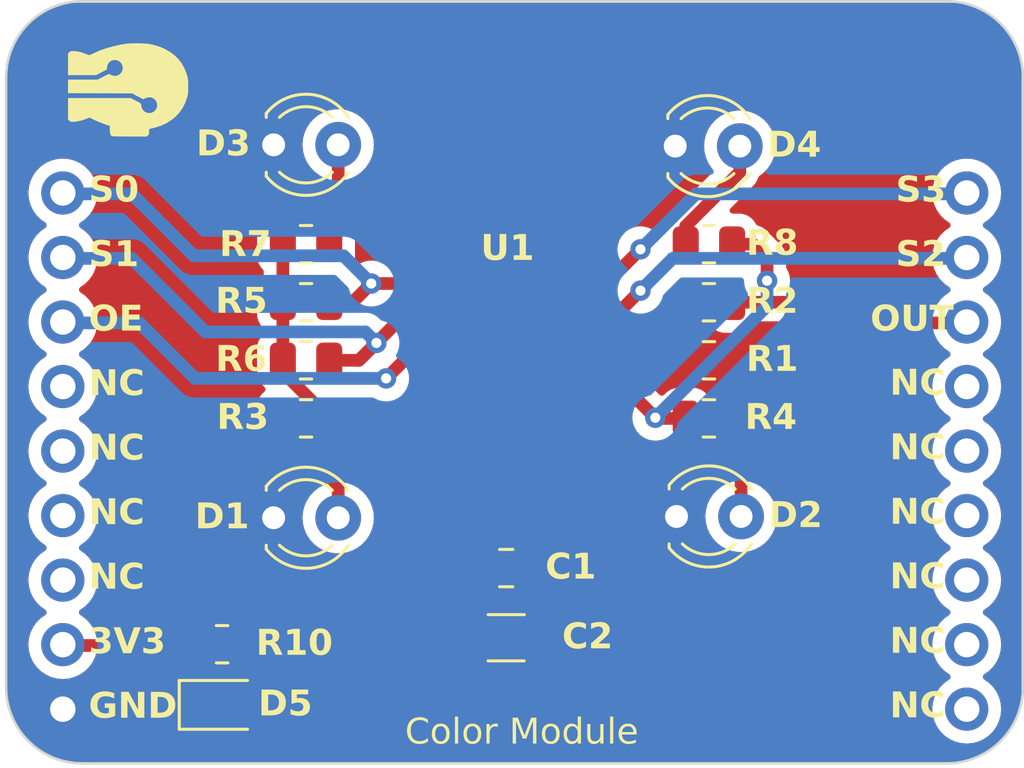
<source format=kicad_pcb>
(kicad_pcb (version 20240108) (generator "pcbnew") (generator_version "8.0")
  (layers (0 "F.Cu" signal) (31 "B.Cu" signal) (34 "B.Paste" user) (35 "F.Paste" user) (36 "B.SilkS" user "B.Silkscreen") (37 "F.SilkS" user "F.Silkscreen") (38 "B.Mask" user) (39 "F.Mask" user) (44 "Edge.Cuts" user))
  (net 0 "")
  (net 1 "+3V3")
  (net 2 "GND")
  (net 3 "Net-(D1-A)")
  (net 4 "Net-(D2-A)")
  (net 5 "Net-(D3-A)")
  (net 6 "Net-(D4-A)")
  (net 7 "Net-(D5-A)")
  (net 8 "S0")
  (net 9 "S1")
  (net 10 "OUT")
  (net 11 "Net-(U1-OUT)")
  (net 12 "S2")
  (net 13 "OE")
  (net 14 "S3")
  (footprint "LED_THT:LED_D3.0mm" (layer "F.Cu") (at 93.8734 80.3656)
    (property "Reference" "D1" (at -2.027 0 0) (layer "F.SilkS") (effects (font (thickness 0.16) (bold yes))))
    (property "Value" "LED")
    (fp_line (start -0.29 -1.236) (end -0.29 -1.08) (stroke (width 0.12)) (layer "F.SilkS"))
    (fp_line (start -0.29 1.08) (end -0.29 1.236) (stroke (width 0.12)) (layer "F.SilkS"))
    (fp_arc (start -0.29 -1.235516) (mid 1.366487 -1.987659) (end 2.942335 -1.078608) (stroke (width 0.12)) (layer "F.SilkS"))
    (fp_arc (start 0.229039 -1.08) (mid 1.270117 -1.5) (end 2.31113 -1.079837) (stroke (width 0.12)) (layer "F.SilkS"))
    (fp_arc (start 2.31113 1.079837) (mid 1.270117 1.5) (end 0.229039 1.08) (stroke (width 0.12)) (layer "F.SilkS"))
    (fp_arc (start 2.942335 1.078608) (mid 1.366487 1.987659) (end -0.29 1.235516) (stroke (width 0.12)) (layer "F.SilkS"))
    (pad "1" thru_hole rect (at 0 0) (size 1.8 1.8) (drill 0.9) (layers "*.Cu" "*.Mask") (net 2 "GND"))
    (pad "2" thru_hole circle (at 2.54 0) (size 1.8 1.8) (drill 0.9) (layers "*.Cu" "*.Mask") (net 3 "Net-(D1-A)"))
  )
  (footprint "LED_THT:LED_D3.0mm" (layer "F.Cu") (at 109.6722 65.7352)
    (property "Reference" "D4" (at 4.6786 0 0) (layer "F.SilkS") (effects (font (thickness 0.16) (bold yes))))
    (property "Value" "LED")
    (fp_line (start -0.29 -1.236) (end -0.29 -1.08) (stroke (width 0.12)) (layer "F.SilkS"))
    (fp_line (start -0.29 1.08) (end -0.29 1.236) (stroke (width 0.12)) (layer "F.SilkS"))
    (fp_arc (start -0.29 -1.235516) (mid 1.366487 -1.987659) (end 2.942335 -1.078608) (stroke (width 0.12)) (layer "F.SilkS"))
    (fp_arc (start 0.229039 -1.08) (mid 1.270117 -1.5) (end 2.31113 -1.079837) (stroke (width 0.12)) (layer "F.SilkS"))
    (fp_arc (start 2.31113 1.079837) (mid 1.270117 1.5) (end 0.229039 1.08) (stroke (width 0.12)) (layer "F.SilkS"))
    (fp_arc (start 2.942335 1.078608) (mid 1.366487 1.987659) (end -0.29 1.235516) (stroke (width 0.12)) (layer "F.SilkS"))
    (pad "1" thru_hole rect (at 0 0) (size 1.8 1.8) (drill 0.9) (layers "*.Cu" "*.Mask") (net 2 "GND"))
    (pad "2" thru_hole circle (at 2.54 0) (size 1.8 1.8) (drill 0.9) (layers "*.Cu" "*.Mask") (net 6 "Net-(D4-A)"))
  )
  (footprint "Resistor_SMD:R_0805_2012Metric" (layer "F.Cu") (at 95.1484 74.168 180)
    (property "Reference" "R6" (at 2.54 0 0) (layer "F.SilkS") (effects (font (thickness 0.15) (bold yes))))
    (property "Value" "10k")
    (fp_line (start -0.227064 0.735) (end 0.227064 0.735) (stroke (width 0.12)) (layer "F.SilkS"))
    (fp_line (start -0.227064 -0.735) (end 0.227064 -0.735) (stroke (width 0.12)) (layer "F.SilkS"))
    (pad "1" smd roundrect (at -0.9125 0 180) (size 1.025 1.4) (layers "F.Cu" "F.Paste" "F.Mask") (roundrect_rratio 0.243902) (net 9 "S1"))
    (pad "2" smd roundrect (at 0.9125 0 180) (size 1.025 1.4) (layers "F.Cu" "F.Paste" "F.Mask") (roundrect_rratio 0.243902) (net 1 "+3V3"))
  )
  (footprint "Resistor_SMD:R_0805_2012Metric" (layer "F.Cu") (at 110.998 71.882 180)
    (property "Reference" "R2" (at -2.4892 0 0) (layer "F.SilkS") (effects (font (thickness 0.15) (bold yes))))
    (property "Value" "1k")
    (fp_line (start -0.227064 0.735) (end 0.227064 0.735) (stroke (width 0.12)) (layer "F.SilkS"))
    (fp_line (start -0.227064 -0.735) (end 0.227064 -0.735) (stroke (width 0.12)) (layer "F.SilkS"))
    (pad "1" smd roundrect (at -0.9125 0 180) (size 1.025 1.4) (layers "F.Cu" "F.Paste" "F.Mask") (roundrect_rratio 0.243902) (net 10 "OUT"))
    (pad "2" smd roundrect (at 0.9125 0 180) (size 1.025 1.4) (layers "F.Cu" "F.Paste" "F.Mask") (roundrect_rratio 0.243902) (net 11 "Net-(U1-OUT)"))
  )
  (footprint "TCS3200:SOIC8" (layer "F.Cu") (at 103.0732 73.0504)
    (property "Reference" "U1" (at 0 -3.2512 0) (layer "F.SilkS") (effects (font (thickness 0.15) (bold yes))))
    (property "Value" "TCS3200")
    (pad "1" smd rect (at -2.6 -1.905 270) (size 0.6 2.2) (layers "F.Cu" "F.Paste" "F.Mask") (net 8 "S0"))
    (pad "2" smd rect (at -2.6 -0.635 270) (size 0.6 2.2) (layers "F.Cu" "F.Paste" "F.Mask") (net 9 "S1"))
    (pad "3" smd rect (at -2.6 0.635 270) (size 0.6 2.2) (layers "F.Cu" "F.Paste" "F.Mask") (net 13 "OE"))
    (pad "4" smd rect (at -2.6 1.905 270) (size 0.6 2.2) (layers "F.Cu" "F.Paste" "F.Mask") (net 2 "GND"))
    (pad "5" smd rect (at 2.6 1.905 270) (size 0.6 2.2) (layers "F.Cu" "F.Paste" "F.Mask") (net 1 "+3V3"))
    (pad "6" smd rect (at 2.6 0.635 270) (size 0.6 2.2) (layers "F.Cu" "F.Paste" "F.Mask") (net 11 "Net-(U1-OUT)"))
    (pad "7" smd rect (at 2.6 -0.635 270) (size 0.6 2.2) (layers "F.Cu" "F.Paste" "F.Mask") (net 12 "S2"))
    (pad "8" smd rect (at 2.6 -1.905 270) (size 0.6 2.2) (layers "F.Cu" "F.Paste" "F.Mask") (net 14 "S3"))
  )
  (footprint "LED_THT:LED_D3.0mm" (layer "F.Cu") (at 93.8734 65.6844)
    (property "Reference" "D3" (at -1.9762 0 0) (layer "F.SilkS") (effects (font (thickness 0.16) (bold yes))))
    (property "Value" "LED")
    (fp_line (start -0.29 -1.236) (end -0.29 -1.08) (stroke (width 0.12)) (layer "F.SilkS"))
    (fp_line (start -0.29 1.08) (end -0.29 1.236) (stroke (width 0.12)) (layer "F.SilkS"))
    (fp_arc (start -0.29 -1.235516) (mid 1.366487 -1.987659) (end 2.942335 -1.078608) (stroke (width 0.12)) (layer "F.SilkS"))
    (fp_arc (start 0.229039 -1.08) (mid 1.270117 -1.5) (end 2.31113 -1.079837) (stroke (width 0.12)) (layer "F.SilkS"))
    (fp_arc (start 2.31113 1.079837) (mid 1.270117 1.5) (end 0.229039 1.08) (stroke (width 0.12)) (layer "F.SilkS"))
    (fp_arc (start 2.942335 1.078608) (mid 1.366487 1.987659) (end -0.29 1.235516) (stroke (width 0.12)) (layer "F.SilkS"))
    (pad "1" thru_hole rect (at 0 0) (size 1.8 1.8) (drill 0.9) (layers "*.Cu" "*.Mask") (net 2 "GND"))
    (pad "2" thru_hole circle (at 2.54 0) (size 1.8 1.8) (drill 0.9) (layers "*.Cu" "*.Mask") (net 5 "Net-(D3-A)"))
  )
  (footprint "Resistor_SMD:R_0805_2012Metric" (layer "F.Cu") (at 95.1484 71.882 180)
    (property "Reference" "R5" (at 2.54 0 0) (layer "F.SilkS") (effects (font (thickness 0.15) (bold yes))))
    (property "Value" "10k")
    (fp_line (start -0.227064 0.735) (end 0.227064 0.735) (stroke (width 0.12)) (layer "F.SilkS"))
    (fp_line (start -0.227064 -0.735) (end 0.227064 -0.735) (stroke (width 0.12)) (layer "F.SilkS"))
    (pad "1" smd roundrect (at -0.9125 0 180) (size 1.025 1.4) (layers "F.Cu" "F.Paste" "F.Mask") (roundrect_rratio 0.243902) (net 8 "S0"))
    (pad "2" smd roundrect (at 0.9125 0 180) (size 1.025 1.4) (layers "F.Cu" "F.Paste" "F.Mask") (roundrect_rratio 0.243902) (net 1 "+3V3"))
  )
  (footprint "Resistor_SMD:R_0805_2012Metric" (layer "F.Cu") (at 110.998 76.454 180)
    (property "Reference" "R4" (at -2.4384 0 0) (layer "F.SilkS") (effects (font (thickness 0.15) (bold yes))))
    (property "Value" "330r")
    (fp_line (start -0.227064 0.735) (end 0.227064 0.735) (stroke (width 0.12)) (layer "F.SilkS"))
    (fp_line (start -0.227064 -0.735) (end 0.227064 -0.735) (stroke (width 0.12)) (layer "F.SilkS"))
    (pad "1" smd roundrect (at -0.9125 0 180) (size 1.025 1.4) (layers "F.Cu" "F.Paste" "F.Mask") (roundrect_rratio 0.243902) (net 4 "Net-(D2-A)"))
    (pad "2" smd roundrect (at 0.9125 0 180) (size 1.025 1.4) (layers "F.Cu" "F.Paste" "F.Mask") (roundrect_rratio 0.243902) (net 1 "+3V3"))
  )
  (footprint "Resistor_SMD:R_0805_2012Metric" (layer "F.Cu") (at 95.1484 69.596 180)
    (property "Reference" "R7" (at 2.3876 -0.0508 0) (layer "F.SilkS") (effects (font (thickness 0.15) (bold yes))))
    (property "Value" "330r")
    (fp_line (start -0.227064 0.735) (end 0.227064 0.735) (stroke (width 0.12)) (layer "F.SilkS"))
    (fp_line (start -0.227064 -0.735) (end 0.227064 -0.735) (stroke (width 0.12)) (layer "F.SilkS"))
    (pad "1" smd roundrect (at -0.9125 0 180) (size 1.025 1.4) (layers "F.Cu" "F.Paste" "F.Mask") (roundrect_rratio 0.243902) (net 5 "Net-(D3-A)"))
    (pad "2" smd roundrect (at 0.9125 0 180) (size 1.025 1.4) (layers "F.Cu" "F.Paste" "F.Mask") (roundrect_rratio 0.243902) (net 1 "+3V3"))
  )
  (footprint "LED_SMD:LED_0805_2012Metric" (layer "F.Cu") (at 91.8464 87.7316)
    (property "Reference" "D5" (at 2.4892 0 0) (layer "F.SilkS") (effects (font (thickness 0.15) (bold yes))))
    (property "Value" "LED")
    (fp_line (start -1.685 -0.96) (end -1.685 0.96) (stroke (width 0.12)) (layer "F.SilkS"))
    (fp_line (start -1.685 0.96) (end 1 0.96) (stroke (width 0.12)) (layer "F.SilkS"))
    (fp_line (start 1 -0.96) (end -1.685 -0.96) (stroke (width 0.12)) (layer "F.SilkS"))
    (pad "1" smd roundrect (at -0.9375 0) (size 0.975 1.4) (layers "F.Cu" "F.Paste" "F.Mask") (net 2 "GND"))
    (pad "2" smd roundrect (at 0.9375 0) (size 0.975 1.4) (layers "F.Cu" "F.Paste" "F.Mask") (net 7 "Net-(D5-A)"))
  )
  (footprint "Resistor_SMD:R_0805_2012Metric" (layer "F.Cu") (at 110.998 69.596)
    (property "Reference" "R8" (at 2.4892 0 0) (layer "F.SilkS") (effects (font (thickness 0.15) (bold yes))))
    (property "Value" "330r")
    (fp_line (start -0.227064 -0.735) (end 0.227064 -0.735) (stroke (width 0.12)) (layer "F.SilkS"))
    (fp_line (start -0.227064 0.735) (end 0.227064 0.735) (stroke (width 0.12)) (layer "F.SilkS"))
    (pad "1" smd roundrect (at -0.9125 0) (size 1.025 1.4) (layers "F.Cu" "F.Paste" "F.Mask") (roundrect_rratio 0.243902) (net 6 "Net-(D4-A)"))
    (pad "2" smd roundrect (at 0.9125 0) (size 1.025 1.4) (layers "F.Cu" "F.Paste" "F.Mask") (roundrect_rratio 0.243902) (net 1 "+3V3"))
  )
  (footprint "Capacitor_SMD:C_0805_2012Metric" (layer "F.Cu") (at 103.0224 82.3468)
    (property "Reference" "C1" (at 2.54 0 0) (layer "F.SilkS") (effects (font (thickness 0.15) (bold yes))))
    (property "Value" "0.1uF")
    (fp_line (start -0.261252 -0.735) (end 0.261252 -0.735) (stroke (width 0.12)) (layer "F.SilkS"))
    (fp_line (start -0.261252 0.735) (end 0.261252 0.735) (stroke (width 0.12)) (layer "F.SilkS"))
    (pad "1" smd roundrect (at -0.95 0) (size 1 1.45) (layers "F.Cu" "F.Paste" "F.Mask") (net 1 "+3V3"))
    (pad "2" smd roundrect (at 0.95 0) (size 1 1.45) (layers "F.Cu" "F.Paste" "F.Mask") (net 2 "GND"))
  )
  (footprint "Moduler_:pin_header" (layer "F.Cu") (at 103.106 78.248)
    (property "Reference" "U2" (hide yes))
    (property "Value" "~" (hide yes))
    (fp_poly (pts (xy -14.485582 -16.559009) (xy -14.360573 -16.554745) (xy -14.248636 -16.54798) (xy -14.157002 -16.538775) (xy -14.117924 -16.532703) (xy -13.929469 -16.491549) (xy -13.759531 -16.440533) (xy -13.595569 -16.375574) (xy -13.505604 -16.333511) (xy -13.302009 -16.218091) (xy -13.123321 -16.083397) (xy -12.969118 -15.928915) (xy -12.838978 -15.754131) (xy -12.73248 -15.558531) (xy -12.6492 -15.3416) (xy -12.625721 -15.261504) (xy -12.612959 -15.20932) (xy -12.603846 -15.156964) (xy -12.597806 -15.097579) (xy -12.594264 -15.024306) (xy -12.592645 -14.930288) (xy -12.59236 -14.863654) (xy -12.592671 -14.758539) (xy -12.594379 -14.67766) (xy -12.598173 -14.613669) (xy -12.604739 -14.559219) (xy -12.614766 -14.506962) (xy -12.628942 -14.449549) (xy -12.632287 -14.43698) (xy -12.705714 -14.221543) (xy -12.805363 -14.022972) (xy -12.930147 -13.842253) (xy -13.078978 -13.68037) (xy -13.250768 -13.538308) (xy -13.444431 -13.417053) (xy -13.658878 -13.317589) (xy -13.893022 -13.240901) (xy -13.975535 -13.220506) (xy -14.129547 -13.185381) (xy -14.129547 -13.083439) (xy -14.131087 -13.025365) (xy -14.138019 -12.987709) (xy -14.153807 -12.959356) (xy -14.17572 -12.935324) (xy -14.221893 -12.889151) (xy -14.898388 -12.889632) (xy -15.093554 -12.890179) (xy -15.257188 -12.891522) (xy -15.389336 -12.893662) (xy -15.490047 -12.896601) (xy -15.559371 -12.900339) (xy -15.597354 -12.904877) (xy -15.604006 -12.907041) (xy -15.639705 -12.944721) (xy -15.663541 -13.009816) (xy -15.675744 -13.103144) (xy -15.677582 -13.169023) (xy -15.677607 -13.307746) (xy -15.877323 -13.375342) (xy -15.973613 -13.410249) (xy -16.083694 -13.453796) (xy -16.193274 -13.500154) (xy -16.27912 -13.539209) (xy -16.481202 -13.63548) (xy -16.625058 -13.577237) (xy -16.814264 -13.51298) (xy -16.995657 -13.477073) (xy -17.112214 -13.468483) (xy -17.172568 -13.467793) (xy -17.210949 -13.471228) (xy -17.236949 -13.481681) (xy -17.260163 -13.502045) (xy -17.274123 -13.517292) (xy -17.320343 -13.568879) (xy -17.320343 -13.987224) (xy -17.320343 -14.405569) (xy -16.086926 -14.405569) (xy -14.85351 -14.405569) (xy -14.643801 -14.294889) (xy -14.56284 -14.251731) (xy -14.506066 -14.219928) (xy -14.469493 -14.196546) (xy -14.449134 -14.178651) (xy -14.441003 -14.163308) (xy -14.441111 -14.147581) (xy -14.441413 -14.14592) (xy -14.43976 -14.092795) (xy -14.421236 -14.027967) (xy -14.3904 -13.962942) (xy -14.35181 -13.909228) (xy -14.344762 -13.902005) (xy -14.296227 -13.865834) (xy -14.236644 -13.835404) (xy -14.214799 -13.827587) (xy -14.121045 -13.813694) (xy -14.033382 -13.827179) (xy -13.955509 -13.863953) (xy -13.891126 -13.919926) (xy -13.843932 -13.991011) (xy -13.817627 -14.073118) (xy -13.815911 -14.162158) (xy -13.838074 -14.243952) (xy -13.888707 -14.328311) (xy -13.95777 -14.389514) (xy -14.040589 -14.425955) (xy -14.132494 -14.436027) (xy -14.228811 -14.418125) (xy -14.281052 -14.396241) (xy -14.36193 -14.355321) (xy -14.581404 -14.471272) (xy -14.800878 -14.587224) (xy -16.06061 -14.591538) (xy -17.320343 -14.595853) (xy -17.320343 -14.86402) (xy -17.320343 -15.132186) (xy -16.736108 -15.132186) (xy -16.151873 -15.132186) (xy -15.92364 -15.25081) (xy -15.825628 -15.300328) (xy -15.752835 -15.333929) (xy -15.705794 -15.351385) (xy -15.685044 -15.352471) (xy -15.684533 -15.351839) (xy -15.664369 -15.334981) (xy -15.626413 -15.313259) (xy -15.608475 -15.304645) (xy -15.517344 -15.278515) (xy -15.42868 -15.280387) (xy -15.34665 -15.306716) (xy -15.27542 -15.353956) (xy -15.219157 -15.418565) (xy -15.182028 -15.496995) (xy -15.1682 -15.585704) (xy -15.178799 -15.670169) (xy -15.216089 -15.756834) (xy -15.2752 -15.826154) (xy -15.350432 -15.875231) (xy -15.436087 -15.901168) (xy -15.526465 -15.901066) (xy -15.594919 -15.881743) (xy -15.679764 -15.831605) (xy -15.7402 -15.761879) (xy -15.776844 -15.671686) (xy -15.787538 -15.6087) (xy -15.796027 -15.524455) (xy -16.008245 -15.415199) (xy -16.220463 -15.305942) (xy -16.770403 -15.305942) (xy -17.320343 -15.305942) (xy -17.320343 -15.73365) (xy -17.320343 -16.161358) (xy -17.27417 -16.207531) (xy -17.247441 -16.231634) (xy -17.221044 -16.24546) (xy -17.185152 -16.251797) (xy -17.129936 -16.253429) (xy -17.112261 -16.253429) (xy -16.965134 -16.242789) (xy -16.813828 -16.210492) (xy -16.650907 -16.15493) (xy -16.643254 -16.151886) (xy -16.580147 -16.127507) (xy -16.526736 -16.108472) (xy -16.490695 -16.097439) (xy -16.481152 -16.095743) (xy -16.459332 -16.102404) (xy -16.415439 -16.120594) (xy -16.35561 -16.147624) (xy -16.285983 -16.180807) (xy -16.277762 -16.184828) (xy -16.053998 -16.282606) (xy -15.80365 -16.369931) (xy -15.530295 -16.445763) (xy -15.237504 -16.509065) (xy -15.053614 -16.540657) (xy -14.971712 -16.549822) (xy -14.866727 -16.556178) (xy -14.74589 -16.559787) (xy -14.616431 -16.56071)) (fill solid) (layer "F.SilkS"))
    (fp_line (start -19.7562 -15.2144) (end -19.7562 8.7856) (stroke (width 0.1)) (layer "Edge.Cuts"))
    (fp_line (start -16.7562 11.7856) (end 17.2438 11.7856) (stroke (width 0.1)) (layer "Edge.Cuts"))
    (fp_line (start 17.2438 -18.2144) (end -16.7562 -18.2144) (stroke (width 0.1)) (layer "Edge.Cuts"))
    (fp_line (start 20.2438 8.7856) (end 20.2438 -15.2144) (stroke (width 0.1)) (layer "Edge.Cuts"))
    (fp_arc (start -19.7562 -15.2144) (mid -18.87752 -17.33572) (end -16.7562 -18.2144) (stroke (width 0.1)) (layer "Edge.Cuts"))
    (fp_arc (start -16.7562 11.7856) (mid -18.87752 10.90692) (end -19.7562 8.7856) (stroke (width 0.1)) (layer "Edge.Cuts"))
    (fp_arc (start 17.2438 -18.2144) (mid 19.36512 -17.33572) (end 20.2438 -15.2144) (stroke (width 0.1)) (layer "Edge.Cuts"))
    (fp_arc (start 20.2438 8.7856) (mid 19.36512 10.90692) (end 17.2438 11.7856) (stroke (width 0.1)) (layer "Edge.Cuts"))
    (fp_text user "NC" (at -16.51 0 0) (layer "F.SilkS") (effects (font (thickness 0.2) (bold yes)) (justify left bottom)))
    (fp_text user "S2" (at 15.24 -7.62 0) (layer "F.SilkS") (effects (font (thickness 0.2) (bold yes)) (justify left bottom)))
    (fp_text user "NC" (at -16.51 5.08 0) (layer "F.SilkS") (effects (font (thickness 0.2) (bold yes)) (justify left bottom)))
    (fp_text user "3V3" (at -16.51 7.62 0) (layer "F.SilkS") (effects (font (thickness 0.2) (bold yes)) (justify left bottom)))
    (fp_text user "Color Module" (at -4.064 11.176 0) (layer "F.SilkS") (effects (font (thickness 0.1)) (justify left bottom)))
    (fp_text user "S0" (at -16.51 -10.16 0) (layer "F.SilkS") (effects (font (thickness 0.2) (bold yes)) (justify left bottom)))
    (fp_text user "S1" (at -16.51 -7.62 0) (layer "F.SilkS") (effects (font (thickness 0.2) (bold yes)) (justify left bottom)))
    (fp_text user "NC" (at 15.004 10.144 0) (layer "F.SilkS") (effects (font (thickness 0.2) (bold yes)) (justify left bottom)))
    (fp_text user "NC" (at -16.51 2.54 0) (layer "F.SilkS") (effects (font (thickness 0.2) (bold yes)) (justify left bottom)))
    (fp_text user "NC" (at 15.004 -0.016 0) (layer "F.SilkS") (effects (font (thickness 0.2) (bold yes)) (justify left bottom)))
    (fp_text user "GND" (at -16.51 10.16 0) (layer "F.SilkS") (effects (font (thickness 0.2) (bold yes)) (justify left bottom)))
    (fp_text user "NC" (at -16.51 -2.54 0) (layer "F.SilkS") (effects (font (thickness 0.2) (bold yes)) (justify left bottom)))
    (fp_text user "S3" (at 15.24 -10.16 0) (layer "F.SilkS") (effects (font (thickness 0.2) (bold yes)) (justify left bottom)))
    (fp_text user "NC" (at 15.004 5.064 0) (layer "F.SilkS") (effects (font (thickness 0.2) (bold yes)) (justify left bottom)))
    (fp_text user "OE" (at -16.51 -5.08 0) (layer "F.SilkS") (effects (font (thickness 0.2) (bold yes)) (justify left bottom)))
    (fp_text user "NC" (at 15.004 -2.556 0) (layer "F.SilkS") (effects (font (thickness 0.2) (bold yes)) (justify left bottom)))
    (fp_text user "NC" (at 15.004 7.604 0) (layer "F.SilkS") (effects (font (thickness 0.2) (bold yes)) (justify left bottom)))
    (fp_text user "NC" (at 15.004 2.524 0) (layer "F.SilkS") (effects (font (thickness 0.2) (bold yes)) (justify left bottom)))
    (fp_text user "OUT" (at 14.242 -5.08 0) (layer "F.SilkS") (effects (font (thickness 0.2) (bold yes)) (justify left bottom)))
    (pad "1" thru_hole oval (at -17.526 -10.668) (size 1.7 1.7) (drill 1) (layers "*.Cu" "*.Mask") (net 8 "S0"))
    (pad "2" thru_hole oval (at -17.526 -8.128) (size 1.7 1.7) (drill 1) (layers "*.Cu" "*.Mask") (net 9 "S1"))
    (pad "3" thru_hole oval (at -17.526 -5.588) (size 1.7 1.7) (drill 1) (layers "*.Cu" "*.Mask") (net 13 "OE"))
    (pad "4" thru_hole oval (at -17.526 -3.048) (size 1.7 1.7) (drill 1) (layers "*.Cu" "*.Mask"))
    (pad "5" thru_hole oval (at -17.526 -0.508) (size 1.7 1.7) (drill 1) (layers "*.Cu" "*.Mask"))
    (pad "6" thru_hole oval (at -17.526 2.032) (size 1.7 1.7) (drill 1) (layers "*.Cu" "*.Mask"))
    (pad "7" thru_hole oval (at -17.526 4.572) (size 1.7 1.7) (drill 1) (layers "*.Cu" "*.Mask"))
    (pad "8" thru_hole oval (at -17.526 7.112) (size 1.7 1.7) (drill 1) (layers "*.Cu" "*.Mask") (net 1 "+3V3"))
    (pad "9" thru_hole oval (at -17.526 9.652) (size 1.7 1.7) (drill 1) (layers "*.Cu" "*.Mask") (net 2 "GND"))
    (pad "10" thru_hole oval (at 18.034 9.652) (size 1.7 1.7) (drill 1) (layers "*.Cu" "*.Mask"))
    (pad "11" thru_hole oval (at 18.034 7.112) (size 1.7 1.7) (drill 1) (layers "*.Cu" "*.Mask"))
    (pad "12" thru_hole oval (at 18.034 4.572) (size 1.7 1.7) (drill 1) (layers "*.Cu" "*.Mask"))
    (pad "13" thru_hole oval (at 18.034 2.032) (size 1.7 1.7) (drill 1) (layers "*.Cu" "*.Mask"))
    (pad "14" thru_hole oval (at 18.034 -0.508) (size 1.7 1.7) (drill 1) (layers "*.Cu" "*.Mask"))
    (pad "15" thru_hole oval (at 18.034 -3.048) (size 1.7 1.7) (drill 1) (layers "*.Cu" "*.Mask"))
    (pad "16" thru_hole oval (at 18.034 -5.588) (size 1.7 1.7) (drill 1) (layers "*.Cu" "*.Mask") (net 10 "OUT"))
    (pad "17" thru_hole oval (at 18.034 -8.128) (size 1.7 1.7) (drill 1) (layers "*.Cu" "*.Mask") (net 12 "S2"))
    (pad "18" thru_hole oval (at 18.034 -10.668) (size 1.7 1.7) (drill 1) (layers "*.Cu" "*.Mask") (net 14 "S3"))
  )
  (footprint "Resistor_SMD:R_0805_2012Metric" (layer "F.Cu") (at 110.998 74.168)
    (property "Reference" "R1" (at 2.4892 0 0) (layer "F.SilkS") (effects (font (thickness 0.15) (bold yes))))
    (property "Value" "0r")
    (fp_line (start -0.227064 -0.735) (end 0.227064 -0.735) (stroke (width 0.12)) (layer "F.SilkS"))
    (fp_line (start -0.227064 0.735) (end 0.227064 0.735) (stroke (width 0.12)) (layer "F.SilkS"))
    (pad "1" smd roundrect (at -0.9125 0) (size 1.025 1.4) (layers "F.Cu" "F.Paste" "F.Mask") (roundrect_rratio 0.243902) (net 2 "GND"))
    (pad "2" smd roundrect (at 0.9125 0) (size 1.025 1.4) (layers "F.Cu" "F.Paste" "F.Mask") (roundrect_rratio 0.243902) (net 2 "GND"))
  )
  (footprint "Capacitor_SMD:C_1206_3216Metric" (layer "F.Cu") (at 103.0224 85.09)
    (property "Reference" "C2" (at 3.2004 0 0) (layer "F.SilkS") (effects (font (thickness 0.16) (bold yes))))
    (property "Value" "10uF")
    (fp_line (start -0.711252 -0.91) (end 0.711252 -0.91) (stroke (width 0.12)) (layer "F.SilkS"))
    (fp_line (start -0.711252 0.91) (end 0.711252 0.91) (stroke (width 0.12)) (layer "F.SilkS"))
    (pad "1" smd roundrect (at -1.475 0) (size 1.15 1.8) (layers "F.Cu" "F.Paste" "F.Mask") (roundrect_rratio 0.217391) (net 1 "+3V3"))
    (pad "2" smd roundrect (at 1.475 0) (size 1.15 1.8) (layers "F.Cu" "F.Paste" "F.Mask") (roundrect_rratio 0.217391) (net 2 "GND"))
  )
  (footprint "Resistor_SMD:R_0805_2012Metric" (layer "F.Cu") (at 95.1484 76.454)
    (property "Reference" "R3" (at -2.4892 0 0) (layer "F.SilkS") (effects (font (thickness 0.15) (bold yes))))
    (property "Value" "330r")
    (fp_line (start -0.227064 -0.735) (end 0.227064 -0.735) (stroke (width 0.12)) (layer "F.SilkS"))
    (fp_line (start -0.227064 0.735) (end 0.227064 0.735) (stroke (width 0.12)) (layer "F.SilkS"))
    (pad "1" smd roundrect (at -0.9125 0) (size 1.025 1.4) (layers "F.Cu" "F.Paste" "F.Mask") (roundrect_rratio 0.243902) (net 3 "Net-(D1-A)"))
    (pad "2" smd roundrect (at 0.9125 0) (size 1.025 1.4) (layers "F.Cu" "F.Paste" "F.Mask") (roundrect_rratio 0.243902) (net 1 "+3V3"))
  )
  (footprint "LED_THT:LED_D3.0mm" (layer "F.Cu") (at 109.723 80.3148)
    (property "Reference" "D2" (at 4.6786 0 0) (layer "F.SilkS") (effects (font (thickness 0.16) (bold yes))))
    (property "Value" "LED")
    (fp_line (start -0.29 -1.236) (end -0.29 -1.08) (stroke (width 0.12)) (layer "F.SilkS"))
    (fp_line (start -0.29 1.08) (end -0.29 1.236) (stroke (width 0.12)) (layer "F.SilkS"))
    (fp_arc (start -0.29 -1.235516) (mid 1.366487 -1.987659) (end 2.942335 -1.078608) (stroke (width 0.12)) (layer "F.SilkS"))
    (fp_arc (start 0.229039 -1.08) (mid 1.270117 -1.5) (end 2.31113 -1.079837) (stroke (width 0.12)) (layer "F.SilkS"))
    (fp_arc (start 2.31113 1.079837) (mid 1.270117 1.5) (end 0.229039 1.08) (stroke (width 0.12)) (layer "F.SilkS"))
    (fp_arc (start 2.942335 1.078608) (mid 1.366487 1.987659) (end -0.29 1.235516) (stroke (width 0.12)) (layer "F.SilkS"))
    (pad "1" thru_hole rect (at 0 0) (size 1.8 1.8) (drill 0.9) (layers "*.Cu" "*.Mask") (net 2 "GND"))
    (pad "2" thru_hole circle (at 2.54 0) (size 1.8 1.8) (drill 0.9) (layers "*.Cu" "*.Mask") (net 4 "Net-(D2-A)"))
  )
  (footprint "Resistor_SMD:R_0805_2012Metric" (layer "F.Cu") (at 91.8464 85.344)
    (property "Reference" "R10" (at 2.8448 0 0) (layer "F.SilkS") (effects (font (thickness 0.15) (bold yes))))
    (property "Value" "470r")
    (fp_line (start -0.227064 -0.735) (end 0.227064 -0.735) (stroke (width 0.12)) (layer "F.SilkS"))
    (fp_line (start -0.227064 0.735) (end 0.227064 0.735) (stroke (width 0.12)) (layer "F.SilkS"))
    (pad "1" smd roundrect (at -0.9125 0) (size 1.025 1.4) (layers "F.Cu" "F.Paste" "F.Mask") (roundrect_rratio 0.243902) (net 1 "+3V3"))
    (pad "2" smd roundrect (at 0.9125 0) (size 1.025 1.4) (layers "F.Cu" "F.Paste" "F.Mask") (roundrect_rratio 0.243902) (net 7 "Net-(D5-A)"))
  )
  (segment (start 91.186 83.6676) (end 98.3996 83.6676) (width 0.5) (layer "F.Cu") (net 1))
  (segment (start 101.5474 85.09) (end 101.5474 84.1266) (width 0.5) (layer "F.Cu") (net 1))
  (segment (start 94.2359 74.168) (end 94.2359 69.596) (width 0.5) (layer "F.Cu") (net 1))
  (segment (start 113.284 71.0325) (end 113.284 70.1548) (width 0.5) (layer "F.Cu") (net 1))
  (segment (start 108.9152 76.454) (end 108.8898 76.4286) (width 0.5) (layer "F.Cu") (net 1))
  (segment (start 96.0609 76.454) (end 101.6 76.454) (width 0.5) (layer "F.Cu") (net 1))
  (segment (start 102.0724 76.9264) (end 104.0434 74.9554) (width 0.5) (layer "F.Cu") (net 1))
  (segment (start 102.0724 82.3468) (end 102.0724 80.5536) (width 0.5) (layer "F.Cu") (net 1))
  (segment (start 108.9152 76.454) (end 110.0855 76.454) (width 0.5) (layer "F.Cu") (net 1))
  (segment (start 101.5474 84.1266) (end 102.0724 83.6016) (width 0.5) (layer "F.Cu") (net 1))
  (segment (start 94.2359 74.629) (end 96.0609 76.454) (width 0.5) (layer "F.Cu") (net 1))
  (segment (start 113.284 70.1548) (end 112.7252 69.596) (width 0.5) (layer "F.Cu") (net 1))
  (segment (start 90.9339 83.9197) (end 91.186 83.6676) (width 0.5) (layer "F.Cu") (net 1))
  (segment (start 102.0724 76.9264) (end 102.0724 78.0948) (width 0.5) (layer "F.Cu") (net 1))
  (segment (start 112.7252 69.596) (end 111.9105 69.596) (width 0.5) (layer "F.Cu") (net 1))
  (segment (start 101.6 76.454) (end 102.0724 76.9264) (width 0.5) (layer "F.Cu") (net 1))
  (segment (start 104.0434 74.9554) (end 105.6732 74.9554) (width 0.5) (layer "F.Cu") (net 1))
  (segment (start 90.8831 85.3948) (end 90.9339 85.344) (width 0.5) (layer "F.Cu") (net 1))
  (segment (start 99.822 85.09) (end 101.5474 85.09) (width 0.5) (layer "F.Cu") (net 1))
  (segment (start 105.6732 74.9554) (end 107.4166 74.9554) (width 0.5) (layer "F.Cu") (net 1))
  (segment (start 102.0724 78.0948) (end 102.0724 80.5536) (width 0.5) (layer "F.Cu") (net 1))
  (segment (start 98.3996 83.6676) (end 99.822 85.09) (width 0.5) (layer "F.Cu") (net 1))
  (segment (start 85.5472 85.3948) (end 90.8831 85.3948) (width 0.5) (layer "F.Cu") (net 1))
  (segment (start 107.4166 74.9554) (end 108.8898 76.4286) (width 0.5) (layer "F.Cu") (net 1))
  (segment (start 102.0724 83.6016) (end 102.0724 82.3468) (width 0.5) (layer "F.Cu") (net 1))
  (segment (start 94.2359 74.168) (end 94.2359 74.629) (width 0.5) (layer "F.Cu") (net 1))
  (segment (start 90.9339 85.344) (end 90.9339 83.9197) (width 0.5) (layer "F.Cu") (net 1))
  (via (at 113.284 71.0325) (size 0.8) (drill 0.4) (layers "F.Cu" "B.Cu") (net 1))
  (via (at 108.8898 76.4286) (size 0.8) (drill 0.4) (layers "F.Cu" "B.Cu") (net 1))
  (segment (start 113.284 71.0325) (end 113.284 72.0344) (width 0.5) (layer "B.Cu") (net 1))
  (segment (start 113.284 72.0344) (end 108.8898 76.4286) (width 0.5) (layer "B.Cu") (net 1))
  (segment (start 94.2359 76.9131) (end 96.4134 79.0906) (width 0.5) (layer "F.Cu") (net 3))
  (segment (start 94.2359 76.454) (end 94.2359 76.9131) (width 0.5) (layer "F.Cu") (net 3))
  (segment (start 96.4134 79.0906) (end 96.4134 80.3656) (width 0.5) (layer "F.Cu") (net 3))
  (segment (start 111.9105 76.454) (end 111.9105 78.2809) (width 0.5) (layer "F.Cu") (net 4))
  (segment (start 112.263 78.6334) (end 112.263 80.3148) (width 0.5) (layer "F.Cu") (net 4))
  (segment (start 111.9105 78.2809) (end 112.263 78.6334) (width 0.5) (layer "F.Cu") (net 4))
  (segment (start 96.4134 65.6844) (end 96.4134 67.3658) (width 0.5) (layer "F.Cu") (net 5))
  (segment (start 96.0609 67.7183) (end 96.0609 69.596) (width 0.5) (layer "F.Cu") (net 5))
  (segment (start 96.4134 67.3658) (end 96.0609 67.7183) (width 0.5) (layer "F.Cu") (net 5))
  (segment (start 110.0855 69.596) (end 110.0855 68.8829) (width 0.5) (layer "F.Cu") (net 6))
  (segment (start 110.0855 68.8829) (end 112.2122 66.7562) (width 0.5) (layer "F.Cu") (net 6))
  (segment (start 112.2122 66.7562) (end 112.2122 65.7352) (width 0.5) (layer "F.Cu") (net 6))
  (segment (start 92.7589 87.7066) (end 92.7839 87.7316) (width 0.5) (layer "F.Cu") (net 7))
  (segment (start 92.7589 85.344) (end 92.7589 87.7066) (width 0.5) (layer "F.Cu") (net 7))
  (segment (start 96.0609 71.882) (end 96.9772 71.882) (width 0.5) (layer "F.Cu") (net 8))
  (segment (start 96.9772 71.882) (end 97.7138 71.1454) (width 0.5) (layer "F.Cu") (net 8))
  (segment (start 97.7138 71.1454) (end 100.4732 71.1454) (width 0.5) (layer "F.Cu") (net 8))
  (via (at 97.7138 71.1454) (size 0.8) (drill 0.4) (layers "F.Cu" "B.Cu") (net 8))
  (segment (start 96.6216 70.0532) (end 90.7288 70.0532) (width 0.5) (layer "B.Cu") (net 8))
  (segment (start 88.2904 67.6148) (end 85.5472 67.6148) (width 0.5) (layer "B.Cu") (net 8))
  (segment (start 97.7138 71.1454) (end 96.6216 70.0532) (width 0.5) (layer "B.Cu") (net 8))
  (segment (start 90.7288 70.0532) (end 88.2904 67.6148) (width 0.5) (layer "B.Cu") (net 8))
  (segment (start 98.9838 72.4154) (end 97.2312 74.168) (width 0.5) (layer "F.Cu") (net 9))
  (segment (start 100.4732 72.4154) (end 98.9838 72.4154) (width 0.5) (layer "F.Cu") (net 9))
  (segment (start 97.2312 74.168) (end 96.0609 74.168) (width 0.5) (layer "F.Cu") (net 9))
  (segment (start 97.2312 74.168) (end 97.917 73.4822) (width 0.5) (layer "F.Cu") (net 9))
  (via (at 97.917 73.4822) (size 0.8) (drill 0.4) (layers "F.Cu" "B.Cu") (net 9))
  (segment (start 91.186 73.0504) (end 88.2904 70.1548) (width 0.5) (layer "B.Cu") (net 9))
  (segment (start 97.4852 73.0504) (end 91.186 73.0504) (width 0.5) (layer "B.Cu") (net 9))
  (segment (start 88.2904 70.1548) (end 85.5472 70.1548) (width 0.5) (layer "B.Cu") (net 9))
  (segment (start 97.917 73.4822) (end 97.4852 73.0504) (width 0.5) (layer "B.Cu") (net 9))
  (segment (start 116.3828 72.6948) (end 121.1072 72.6948) (width 0.5) (layer "F.Cu") (net 10))
  (segment (start 111.9105 71.882) (end 115.57 71.882) (width 0.5) (layer "F.Cu") (net 10))
  (segment (start 115.57 71.882) (end 116.3828 72.6948) (width 0.5) (layer "F.Cu") (net 10))
  (segment (start 110.0855 71.882) (end 109.6772 71.882) (width 0.5) (layer "F.Cu") (net 11))
  (segment (start 109.6772 71.882) (end 107.8738 73.6854) (width 0.5) (layer "F.Cu") (net 11))
  (segment (start 107.8738 73.6854) (end 105.6732 73.6854) (width 0.5) (layer "F.Cu") (net 11))
  (segment (start 105.6732 72.4154) (end 107.315 72.4154) (width 0.5) (layer "F.Cu") (net 12))
  (segment (start 107.315 72.4154) (end 108.3056 71.4248) (width 0.5) (layer "F.Cu") (net 12))
  (via (at 108.3056 71.4248) (size 0.8) (drill 0.4) (layers "F.Cu" "B.Cu") (net 12))
  (segment (start 109.5756 70.1548) (end 121.1072 70.1548) (width 0.5) (layer "B.Cu") (net 12))
  (segment (start 108.3056 71.4248) (end 109.5756 70.1548) (width 0.5) (layer "B.Cu") (net 12))
  (segment (start 99.4918 73.6854) (end 98.298 74.8792) (width 0.5) (layer "F.Cu") (net 13))
  (segment (start 100.4732 73.6854) (end 99.4918 73.6854) (width 0.5) (layer "F.Cu") (net 13))
  (via (at 98.298 74.8792) (size 0.8) (drill 0.4) (layers "F.Cu" "B.Cu") (net 13))
  (segment (start 88.5952 72.6948) (end 85.5472 72.6948) (width 0.5) (layer "B.Cu") (net 13))
  (segment (start 90.7796 74.8792) (end 88.5952 72.6948) (width 0.5) (layer "B.Cu") (net 13))
  (segment (start 98.298 74.8792) (end 90.7796 74.8792) (width 0.5) (layer "B.Cu") (net 13))
  (segment (start 105.6732 71.1454) (end 106.9594 71.1454) (width 0.5) (layer "F.Cu") (net 14))
  (segment (start 106.9594 71.1454) (end 108.3056 69.7992) (width 0.5) (layer "F.Cu") (net 14))
  (via (at 108.3056 69.7992) (size 0.8) (drill 0.4) (layers "F.Cu" "B.Cu") (net 14))
  (segment (start 110.49 67.6148) (end 121.1072 67.6148) (width 0.5) (layer "B.Cu") (net 14))
  (segment (start 108.3056 69.7992) (end 110.49 67.6148) (width 0.5) (layer "B.Cu") (net 14))
  (zone (net 2) (net_name "GND") (layers "F&B.Cu") (connect_pads yes (clearance 0.5)) (min_thickness 0.25) (fill yes (thermal_gap 0.5) (thermal_bridge_width 0.5))
    (polygon (pts (xy 123.2916 60.0964) (xy 123.2916 90.0684) (xy 83.1596 90.0684) (xy 83.1088 90.0176) (xy 83.1088 60.0964)))
  )
)
</source>
